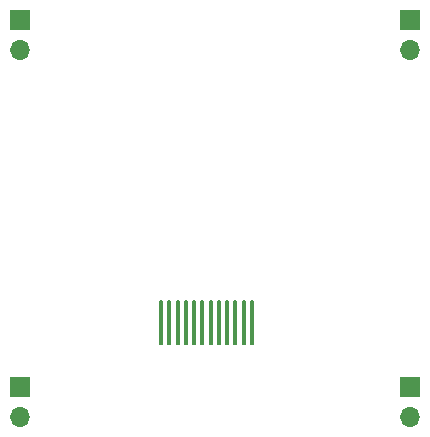
<source format=gbr>
%TF.GenerationSoftware,KiCad,Pcbnew,8.0.1*%
%TF.CreationDate,2024-04-24T15:21:32+01:00*%
%TF.ProjectId,Kishoof_screen,4b697368-6f6f-4665-9f73-637265656e2e,rev?*%
%TF.SameCoordinates,Original*%
%TF.FileFunction,Soldermask,Bot*%
%TF.FilePolarity,Negative*%
%FSLAX46Y46*%
G04 Gerber Fmt 4.6, Leading zero omitted, Abs format (unit mm)*
G04 Created by KiCad (PCBNEW 8.0.1) date 2024-04-24 15:21:32*
%MOMM*%
%LPD*%
G01*
G04 APERTURE LIST*
G04 Aperture macros list*
%AMRoundRect*
0 Rectangle with rounded corners*
0 $1 Rounding radius*
0 $2 $3 $4 $5 $6 $7 $8 $9 X,Y pos of 4 corners*
0 Add a 4 corners polygon primitive as box body*
4,1,4,$2,$3,$4,$5,$6,$7,$8,$9,$2,$3,0*
0 Add four circle primitives for the rounded corners*
1,1,$1+$1,$2,$3*
1,1,$1+$1,$4,$5*
1,1,$1+$1,$6,$7*
1,1,$1+$1,$8,$9*
0 Add four rect primitives between the rounded corners*
20,1,$1+$1,$2,$3,$4,$5,0*
20,1,$1+$1,$4,$5,$6,$7,0*
20,1,$1+$1,$6,$7,$8,$9,0*
20,1,$1+$1,$8,$9,$2,$3,0*%
G04 Aperture macros list end*
%ADD10R,1.700000X1.700000*%
%ADD11O,1.700000X1.700000*%
%ADD12RoundRect,0.088900X0.088900X1.816100X-0.088900X1.816100X-0.088900X-1.816100X0.088900X-1.816100X0*%
G04 APERTURE END LIST*
D10*
%TO.C,J4*%
X94000000Y-74000000D03*
D11*
X94000000Y-76540000D03*
%TD*%
D10*
%TO.C,J2*%
X94000000Y-43000000D03*
D11*
X94000000Y-45540000D03*
%TD*%
D12*
%TO.C,U1*%
X80613900Y-68650000D03*
X79913900Y-68650000D03*
X79213900Y-68650000D03*
X78513900Y-68650000D03*
X77813900Y-68650000D03*
X77113900Y-68650000D03*
X76413900Y-68650000D03*
X75713900Y-68650000D03*
X75013900Y-68650000D03*
X74313900Y-68650000D03*
X73613900Y-68650000D03*
X72913900Y-68650000D03*
%TD*%
D10*
%TO.C,J1*%
X61000000Y-43000000D03*
D11*
X61000000Y-45540000D03*
%TD*%
D10*
%TO.C,J3*%
X61000000Y-74000000D03*
D11*
X61000000Y-76540000D03*
%TD*%
M02*

</source>
